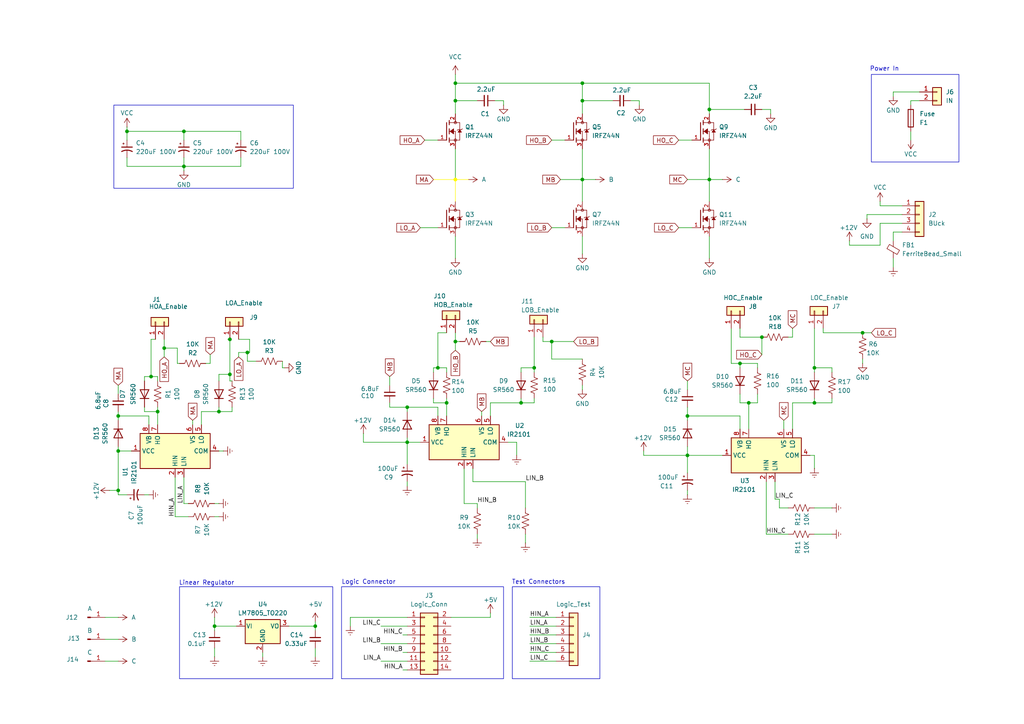
<source format=kicad_sch>
(kicad_sch (version 20250114) (generator "eeschema") (generator_version "9.0")
  (paper "A4")
  (rectangle (start 33.02 30.48) (end 85.09 54.61))
  (rectangle (start 148.59 170.18) (end 173.99 196.85))
  (rectangle (start 252.73 21.59) (end 278.13 46.99))
  (rectangle (start 99.06 170.18) (end 146.05 196.85))
  (rectangle (start 52.07 170.18) (end 96.52 196.85))
  (text "Linear Regulator" (at 59.944 169.164 0) (effects (font (size 1.27 1.27))))
  (text "Logic Connector" (at 106.934 168.91 0) (effects (font (size 1.27 1.27))))
  (text "Test Connectors" (at 156.21 168.91 0) (effects (font (size 1.27 1.27))))
  (text "Power In\n" (at 256.54 20.066 0) (effects (font (size 1.27 1.27))))
  (junction (at 34.29 142.24))
  (junction (at 43.815 109.22))
  (junction (at 118.11 118.11))
  (junction (at 34.29 120.65))
  (junction (at 168.91 24.13))
  (junction (at 53.34 38.1))
  (junction (at 66.675 108.585))
  (junction (at 151.13 116.84))
  (junction (at 205.74 52.07))
  (junction (at 132.08 24.13))
  (junction (at 220.98 97.79))
  (junction (at 62.23 181.61))
  (junction (at 168.91 52.07))
  (junction (at 236.22 116.84))
  (junction (at 71.755 102.235))
  (junction (at 34.29 130.81))
  (junction (at 118.11 128.27))
  (junction (at 129.54 116.84))
  (junction (at 199.39 132.08))
  (junction (at 160.02 99.06))
  (junction (at 217.17 116.84))
  (junction (at 63.5 119.38))
  (junction (at 132.08 99.06))
  (junction (at 53.34 48.26))
  (junction (at 168.91 29.21))
  (junction (at 236.22 106.68))
  (junction (at 127 106.68))
  (junction (at 132.08 29.21))
  (junction (at 91.44 181.61))
  (junction (at 45.72 119.38))
  (junction (at 66.675 98.425))
  (junction (at 205.74 31.75))
  (junction (at 214.63 105.41))
  (junction (at 250.19 96.52))
  (junction (at 154.94 106.68))
  (junction (at 199.39 120.65))
  (junction (at 47.625 100.965))
  (junction (at 132.08 52.07) (color 255 248 0 1))
  (junction (at 36.83 38.1))
  (wire (pts (xy 51.435 100.965) (xy 51.435 105.41)))
  (wire (pts (xy 55.88 123.19) (xy 55.88 121.92)))
  (wire (pts (xy 222.25 154.94) (xy 228.6 154.94)))
  (wire (pts (xy 166.37 99.06) (xy 160.02 99.06)))
  (wire (pts (xy 62.23 182.88) (xy 62.23 181.61)))
  (wire (pts (xy 205.74 52.07) (xy 205.74 58.42)))
  (wire (pts (xy 50.8 149.86) (xy 54.61 149.86)))
  (wire (pts (xy 214.63 124.46) (xy 214.63 120.65)))
  (wire (pts (xy 224.79 139.7) (xy 224.79 144.78)))
  (wire (pts (xy 132.08 96.52) (xy 132.08 99.06)))
  (wire (pts (xy 53.34 146.05) (xy 54.61 146.05)))
  (wire (pts (xy 168.91 29.21) (xy 168.91 33.02)))
  (wire (pts (xy 66.04 98.425) (xy 66.675 98.425)))
  (wire (pts (xy 127 96.52) (xy 129.54 96.52)))
  (wire (pts (xy 101.6 179.07) (xy 101.6 181.61)))
  (wire (pts (xy 152.4 154.94) (xy 152.4 157.48)))
  (wire (pts (xy 229.87 116.84) (xy 229.87 124.46)))
  (wire (pts (xy 142.24 99.06) (xy 140.97 99.06)))
  (wire (pts (xy 236.22 132.08) (xy 234.95 132.08)))
  (wire (pts (xy 259.08 77.47) (xy 259.08 74.93)))
  (wire (pts (xy 227.33 124.46) (xy 227.33 121.92)))
  (wire (pts (xy 154.94 106.68) (xy 154.94 97.79)))
  (wire (pts (xy 132.08 21.59) (xy 132.08 24.13)))
  (wire (pts (xy 121.92 66.04) (xy 127 66.04)))
  (wire (pts (xy 172.72 52.07) (xy 168.91 52.07)))
  (wire (pts (xy 154.94 107.95) (xy 154.94 106.68)))
  (wire (pts (xy 229.87 116.84) (xy 236.22 116.84)))
  (wire (pts (xy 214.63 95.25) (xy 214.63 97.79)))
  (wire (pts (xy 199.39 132.08) (xy 199.39 137.16)))
  (wire (pts (xy 127 120.65) (xy 127 118.11)))
  (wire (pts (xy 163.83 66.04) (xy 160.02 66.04)))
  (wire (pts (xy 116.84 194.31) (xy 118.11 194.31)))
  (wire (pts (xy 236.22 147.32) (xy 241.3 147.32)))
  (wire (pts (xy 182.88 29.21) (xy 185.42 29.21)))
  (wire (pts (xy 259.08 67.31) (xy 261.62 67.31)))
  (wire (pts (xy 238.76 95.25) (xy 238.76 96.52)))
  (wire (pts (xy 71.755 102.235) (xy 72.39 102.235)))
  (wire (pts (xy 91.44 181.61) (xy 91.44 182.88)))
  (wire (pts (xy 118.11 128.27) (xy 118.11 127)))
  (wire (pts (xy 205.74 68.58) (xy 205.74 74.93)))
  (wire (pts (xy 199.39 120.65) (xy 199.39 121.92)))
  (wire (pts (xy 154.94 116.84) (xy 154.94 115.57)))
  (wire (pts (xy 62.23 190.5) (xy 62.23 187.96)))
  (wire (pts (xy 264.16 30.48) (xy 264.16 29.21)))
  (wire (pts (xy 62.23 179.07) (xy 62.23 181.61)))
  (wire (pts (xy 149.86 132.08) (xy 149.86 128.27)))
  (wire (pts (xy 118.11 128.27) (xy 121.92 128.27)))
  (wire (pts (xy 199.39 129.54) (xy 199.39 132.08)))
  (wire (pts (xy 200.66 66.04) (xy 196.85 66.04)))
  (wire (pts (xy 116.84 189.23) (xy 118.11 189.23)))
  (wire (pts (xy 125.73 107.95) (xy 125.73 106.68)))
  (wire (pts (xy 138.43 154.94) (xy 138.43 156.21)))
  (wire (pts (xy 238.76 96.52) (xy 250.19 96.52)))
  (wire (pts (xy 168.91 52.07) (xy 168.91 58.42)))
  (wire (pts (xy 205.74 43.18) (xy 205.74 52.07)))
  (wire (pts (xy 151.13 116.84) (xy 154.94 116.84)))
  (wire (pts (xy 139.7 120.65) (xy 139.7 119.38)))
  (wire (pts (xy 255.27 71.12) (xy 246.38 71.12)))
  (wire (pts (xy 62.23 146.05) (xy 63.5 146.05)))
  (wire (pts (xy 138.43 146.05) (xy 138.43 147.32)))
  (wire (pts (xy 134.62 146.05) (xy 134.62 135.89)))
  (wire (pts (xy 125.73 52.07) (xy 132.08 52.07)) (stroke (width 0) (color 255 248 0 1)))
  (wire (pts (xy 118.11 186.69) (xy 110.49 186.69)))
  (wire (pts (xy 255.27 58.42) (xy 255.27 59.69)))
  (wire (pts (xy 43.18 123.19) (xy 43.18 120.65)))
  (wire (pts (xy 236.22 135.89) (xy 236.22 132.08)))
  (wire (pts (xy 66.675 108.585) (xy 66.675 98.425)))
  (wire (pts (xy 45.72 119.38) (xy 45.72 118.11)))
  (wire (pts (xy 62.23 149.86) (xy 63.5 149.86)))
  (wire (pts (xy 217.17 116.84) (xy 214.63 116.84)))
  (wire (pts (xy 76.2 190.5) (xy 76.2 189.23)))
  (wire (pts (xy 168.91 113.03) (xy 168.91 111.76)))
  (wire (pts (xy 168.91 43.18) (xy 168.91 52.07)))
  (wire (pts (xy 241.3 116.84) (xy 241.3 115.57)))
  (wire (pts (xy 205.74 31.75) (xy 215.9 31.75)))
  (wire (pts (xy 91.44 180.34) (xy 91.44 181.61)))
  (wire (pts (xy 110.49 181.61) (xy 118.11 181.61)))
  (wire (pts (xy 129.54 120.65) (xy 129.54 116.84)))
  (wire (pts (xy 36.83 36.83) (xy 36.83 38.1)))
  (wire (pts (xy 34.29 142.24) (xy 34.29 143.51)))
  (wire (pts (xy 219.71 116.84) (xy 217.17 116.84)))
  (wire (pts (xy 217.17 116.84) (xy 217.17 124.46)))
  (wire (pts (xy 36.83 48.26) (xy 36.83 45.72)))
  (wire (pts (xy 255.27 64.77) (xy 261.62 64.77)))
  (wire (pts (xy 53.34 45.72) (xy 53.34 48.26)))
  (wire (pts (xy 41.91 119.38) (xy 41.91 118.11)))
  (wire (pts (xy 212.09 105.41) (xy 214.63 105.41)))
  (wire (pts (xy 196.85 40.64) (xy 200.66 40.64)))
  (wire (pts (xy 34.29 129.54) (xy 34.29 130.81)))
  (wire (pts (xy 185.42 29.21) (xy 185.42 30.48)))
  (wire (pts (xy 236.22 106.68) (xy 236.22 107.95)))
  (wire (pts (xy 137.16 139.7) (xy 152.4 139.7)))
  (wire (pts (xy 161.29 191.77) (xy 153.67 191.77)))
  (wire (pts (xy 209.55 52.07) (xy 205.74 52.07)))
  (wire (pts (xy 53.34 48.26) (xy 36.83 48.26)))
  (wire (pts (xy 60.96 105.41) (xy 59.69 105.41)))
  (wire (pts (xy 133.35 99.06) (xy 132.08 99.06)))
  (wire (pts (xy 134.62 146.05) (xy 138.43 146.05)))
  (wire (pts (xy 252.73 96.52) (xy 250.19 96.52)))
  (wire (pts (xy 127 106.68) (xy 129.54 106.68)))
  (wire (pts (xy 34.29 120.65) (xy 43.18 120.65)))
  (wire (pts (xy 43.815 98.425) (xy 45.085 98.425)))
  (wire (pts (xy 72.39 98.425) (xy 72.39 102.235)))
  (wire (pts (xy 236.22 95.25) (xy 236.22 106.68)))
  (wire (pts (xy 241.3 106.68) (xy 241.3 107.95)))
  (wire (pts (xy 130.81 179.07) (xy 142.24 179.07)))
  (wire (pts (xy 149.86 128.27) (xy 147.32 128.27)))
  (wire (pts (xy 236.22 106.68) (xy 241.3 106.68)))
  (wire (pts (xy 53.34 40.64) (xy 53.34 38.1)))
  (wire (pts (xy 186.69 132.08) (xy 199.39 132.08)))
  (wire (pts (xy 229.87 97.79) (xy 228.6 97.79)))
  (wire (pts (xy 142.24 120.65) (xy 142.24 116.84)))
  (wire (pts (xy 69.85 48.26) (xy 53.34 48.26)))
  (wire (pts (xy 71.755 104.775) (xy 71.755 102.235)))
  (wire (pts (xy 250.19 105.41) (xy 250.19 104.14)))
  (wire (pts (xy 199.39 120.65) (xy 214.63 120.65)))
  (wire (pts (xy 47.625 100.965) (xy 51.435 100.965)))
  (wire (pts (xy 161.29 181.61) (xy 153.67 181.61)))
  (wire (pts (xy 125.73 115.57) (xy 125.73 116.84)))
  (wire (pts (xy 36.83 38.1) (xy 53.34 38.1)))
  (wire (pts (xy 74.295 104.775) (xy 71.755 104.775)))
  (wire (pts (xy 127 96.52) (xy 127 106.68)))
  (wire (pts (xy 220.98 102.87) (xy 220.98 97.79)))
  (wire (pts (xy 45.72 110.49) (xy 45.72 109.22)))
  (wire (pts (xy 67.31 119.38) (xy 63.5 119.38)))
  (wire (pts (xy 132.08 24.13) (xy 168.91 24.13)))
  (wire (pts (xy 151.13 115.57) (xy 151.13 116.84)))
  (wire (pts (xy 214.63 106.68) (xy 214.63 105.41)))
  (wire (pts (xy 63.5 110.49) (xy 63.5 108.585)))
  (wire (pts (xy 246.38 71.12) (xy 246.38 69.85)))
  (wire (pts (xy 43.18 143.51) (xy 41.91 143.51)))
  (wire (pts (xy 168.91 68.58) (xy 168.91 73.66)))
  (wire (pts (xy 199.39 52.07) (xy 205.74 52.07)))
  (wire (pts (xy 125.73 116.84) (xy 129.54 116.84)))
  (wire (pts (xy 118.11 118.11) (xy 127 118.11)))
  (wire (pts (xy 125.73 106.68) (xy 127 106.68)))
  (wire (pts (xy 199.39 110.49) (xy 199.39 113.03)))
  (wire (pts (xy 69.85 45.72) (xy 69.85 48.26)))
  (wire (pts (xy 129.54 107.95) (xy 129.54 106.68)))
  (wire (pts (xy 31.75 142.24) (xy 34.29 142.24)))
  (wire (pts (xy 129.54 116.84) (xy 129.54 115.57)))
  (wire (pts (xy 199.39 120.65) (xy 199.39 118.11)))
  (wire (pts (xy 66.675 110.49) (xy 67.31 110.49)))
  (wire (pts (xy 62.23 181.61) (xy 68.58 181.61)))
  (wire (pts (xy 34.29 191.77) (xy 30.48 191.77)))
  (wire (pts (xy 161.29 184.15) (xy 153.67 184.15)))
  (wire (pts (xy 113.03 111.76) (xy 113.03 109.22)))
  (wire (pts (xy 251.46 63.5) (xy 251.46 62.23)))
  (wire (pts (xy 69.215 102.235) (xy 71.755 102.235)))
  (wire (pts (xy 205.74 31.75) (xy 205.74 24.13)))
  (wire (pts (xy 168.91 24.13) (xy 205.74 24.13)))
  (wire (pts (xy 81.915 106.68) (xy 82.55 106.68)))
  (wire (pts (xy 132.08 29.21) (xy 132.08 33.02)))
  (wire (pts (xy 50.8 149.86) (xy 50.8 138.43)))
  (wire (pts (xy 214.63 116.84) (xy 214.63 114.3)))
  (wire (pts (xy 34.29 143.51) (xy 36.83 143.51)))
  (wire (pts (xy 81.915 104.775) (xy 81.915 106.68)))
  (wire (pts (xy 161.29 186.69) (xy 153.67 186.69)))
  (wire (pts (xy 118.11 191.77) (xy 110.49 191.77)))
  (wire (pts (xy 219.71 106.68) (xy 219.71 105.41)))
  (wire (pts (xy 43.815 109.22) (xy 45.72 109.22)))
  (wire (pts (xy 264.16 29.21) (xy 266.7 29.21)))
  (wire (pts (xy 132.08 43.18) (xy 132.08 52.07)))
  (wire (pts (xy 60.96 102.87) (xy 60.96 105.41)))
  (wire (pts (xy 264.16 40.64) (xy 264.16 38.1)))
  (wire (pts (xy 41.91 119.38) (xy 45.72 119.38)))
  (wire (pts (xy 251.46 62.23) (xy 261.62 62.23)))
  (wire (pts (xy 132.08 29.21) (xy 138.43 29.21)))
  (wire (pts (xy 53.34 49.53) (xy 53.34 48.26)))
  (wire (pts (xy 186.69 132.08) (xy 186.69 130.81)))
  (wire (pts (xy 255.27 59.69) (xy 261.62 59.69)))
  (wire (pts (xy 34.29 120.65) (xy 34.29 119.38)))
  (wire (pts (xy 123.19 40.64) (xy 127 40.64)))
  (wire (pts (xy 34.29 111.76) (xy 34.29 114.3)))
  (wire (pts (xy 83.82 181.61) (xy 91.44 181.61)))
  (wire (pts (xy 142.24 116.84) (xy 151.13 116.84)))
  (wire (pts (xy 135.89 52.07) (xy 132.08 52.07)) (stroke (width 0) (color 255 248 0 1)))
  (wire (pts (xy 209.55 132.08) (xy 199.39 132.08)))
  (wire (pts (xy 45.72 123.19) (xy 45.72 119.38)))
  (wire (pts (xy 118.11 119.38) (xy 118.11 118.11)))
  (wire (pts (xy 69.85 40.64) (xy 69.85 38.1)))
  (wire (pts (xy 113.03 118.11) (xy 118.11 118.11)))
  (wire (pts (xy 168.91 24.13) (xy 168.91 29.21)))
  (wire (pts (xy 118.11 128.27) (xy 118.11 134.62)))
  (wire (pts (xy 53.34 138.43) (xy 53.34 146.05)))
  (wire (pts (xy 220.98 31.75) (xy 223.52 31.75)))
  (wire (pts (xy 160.02 104.14) (xy 160.02 99.06)))
  (wire (pts (xy 34.29 185.42) (xy 30.48 185.42)))
  (wire (pts (xy 157.48 97.79) (xy 157.48 99.06)))
  (wire (pts (xy 34.29 142.24) (xy 34.29 130.81)))
  (wire (pts (xy 229.87 95.25) (xy 229.87 97.79)))
  (wire (pts (xy 63.5 108.585) (xy 66.675 108.585)))
  (wire (pts (xy 212.09 95.25) (xy 212.09 105.41)))
  (wire (pts (xy 226.06 147.32) (xy 228.6 147.32)))
  (wire (pts (xy 118.11 140.97) (xy 118.11 139.7)))
  (wire (pts (xy 146.05 29.21) (xy 146.05 30.48)))
  (wire (pts (xy 236.22 116.84) (xy 236.22 115.57)))
  (wire (pts (xy 222.25 154.94) (xy 222.25 139.7)))
  (wire (pts (xy 69.215 102.235) (xy 69.215 103.505)))
  (wire (pts (xy 36.83 38.1) (xy 36.83 40.64)))
  (wire (pts (xy 105.41 128.27) (xy 105.41 125.73)))
  (wire (pts (xy 58.42 119.38) (xy 63.5 119.38)))
  (wire (pts (xy 168.91 29.21) (xy 177.8 29.21)))
  (wire (pts (xy 101.6 179.07) (xy 118.11 179.07)))
  (wire (pts (xy 226.06 144.78) (xy 226.06 147.32)))
  (wire (pts (xy 41.91 109.22) (xy 43.815 109.22)))
  (wire (pts (xy 34.29 179.07) (xy 30.48 179.07)))
  (wire (pts (xy 63.5 119.38) (xy 63.5 118.11)))
  (wire (pts (xy 224.79 144.78) (xy 226.06 144.78)))
  (wire (pts (xy 34.29 121.92) (xy 34.29 120.65)))
  (wire (pts (xy 160.02 104.14) (xy 168.91 104.14)))
  (wire (pts (xy 151.13 106.68) (xy 154.94 106.68)))
  (wire (pts (xy 38.1 130.81) (xy 34.29 130.81)))
  (wire (pts (xy 219.71 105.41) (xy 214.63 105.41)))
  (wire (pts (xy 152.4 139.7) (xy 152.4 147.32)))
  (wire (pts (xy 69.85 38.1) (xy 53.34 38.1)))
  (wire (pts (xy 142.24 179.07) (xy 142.24 177.8)))
  (wire (pts (xy 199.39 143.51) (xy 199.39 142.24)))
  (wire (pts (xy 47.625 100.965) (xy 47.625 103.505)))
  (wire (pts (xy 223.52 31.75) (xy 223.52 33.02)))
  (wire (pts (xy 161.29 179.07) (xy 153.67 179.07)))
  (wire (pts (xy 160.02 99.06) (xy 157.48 99.06)))
  (wire (pts (xy 255.27 64.77) (xy 255.27 71.12)))
  (wire (pts (xy 91.44 190.5) (xy 91.44 187.96)))
  (wire (pts (xy 143.51 29.21) (xy 146.05 29.21)))
  (wire (pts (xy 58.42 119.38) (xy 58.42 123.19)))
  (wire (pts (xy 151.13 107.95) (xy 151.13 106.68)))
  (wire (pts (xy 160.02 40.64) (xy 163.83 40.64)))
  (wire (pts (xy 162.56 52.07) (xy 168.91 52.07)))
  (wire (pts (xy 259.08 26.67) (xy 266.7 26.67)))
  (wire (pts (xy 63.5 130.81) (xy 64.77 130.81)))
  (wire (pts (xy 236.22 154.94) (xy 241.3 154.94)))
  (wire (pts (xy 47.625 98.425) (xy 47.625 100.965)))
  (wire (pts (xy 214.63 97.79) (xy 220.98 97.79)))
  (wire (pts (xy 259.08 69.85) (xy 259.08 67.31)))
  (wire (pts (xy 105.41 128.27) (xy 118.11 128.27)))
  (wire (pts (xy 113.03 118.11) (xy 113.03 116.84)))
  (wire (pts (xy 72.39 98.425) (xy 69.215 98.425)))
  (wire (pts (xy 259.08 26.67) (xy 259.08 27.94)))
  (wire (pts (xy 137.16 139.7) (xy 137.16 135.89)))
  (wire (pts (xy 51.435 105.41) (xy 52.07 105.41)))
  (wire (pts (xy 205.74 31.75) (xy 205.74 33.02)))
  (wire (pts (xy 116.84 184.15) (xy 118.11 184.15)))
  (wire (pts (xy 41.91 109.22) (xy 41.91 110.49)))
  (wire (pts (xy 43.815 98.425) (xy 43.815 109.22)))
  (wire (pts (xy 132.08 101.6) (xy 132.08 99.06)))
  (wire (pts (xy 66.675 110.49) (xy 66.675 108.585)))
  (wire (pts (xy 132.08 68.58) (xy 132.08 74.93)))
  (wire (pts (xy 161.29 189.23) (xy 153.67 189.23)))
  (wire (pts (xy 132.08 24.13) (xy 132.08 29.21)))
  (wire (pts (xy 241.3 116.84) (xy 236.22 116.84)))
  (wire (pts (xy 67.31 119.38) (xy 67.31 118.11)))
  (wire (pts (xy 219.71 116.84) (xy 219.71 114.3)))
  (wire (pts (xy 132.08 52.07) (xy 132.08 58.42)) (stroke (width 0) (color 255 248 0 1)))
  (label "LIN_A" (at 53.34 146.05 90))
  (label "LIN_B" (at 110.49 186.69 180))
  (label "LIN_C" (at 110.49 181.61 180))
  (label "HIN_B" (at 138.43 146.05 0))
  (label "LIN_A" (at 153.67 181.61 0))
  (label "HIN_C" (at 222.25 154.94 0))
  (label "LIN_C" (at 224.79 144.78 0))
  (label "HIN_B" (at 116.84 189.23 180))
  (label "HIN_A" (at 153.67 179.07 0))
  (label "LIN_B" (at 153.67 186.69 0))
  (label "LIN_C" (at 153.67 191.77 0))
  (label "HIN_A" (at 116.84 194.31 180))
  (label "LIN_B" (at 152.4 139.7 0))
  (label "HIN_C" (at 116.84 184.15 180))
  (label "HIN_A" (at 50.8 149.86 90))
  (label "HIN_C" (at 153.67 189.23 0))
  (label "LIN_A" (at 110.49 191.77 180))
  (label "HIN_B" (at 153.67 184.15 0))
  (global_label "MC" (shape input) (at 199.39 110.49 90) (property "Intersheetrefs" "${INTERSHEET_REFS}" (effects (hide yes))))
  (global_label "MA" (shape input) (at 55.88 121.92 90) (property "Intersheetrefs" "${INTERSHEET_REFS}" (effects (hide yes))))
  (global_label "LO_A" (shape input) (at 121.92 66.04 180) (property "Intersheetrefs" "${INTERSHEET_REFS}" (effects (hide yes))))
  (global_label "HO_A" (shape input) (at 47.625 103.505 270) (property "Intersheetrefs" "${INTERSHEET_REFS}" (effects (hide yes))))
  (global_label "LO_B" (shape input) (at 160.02 66.04 180) (property "Intersheetrefs" "${INTERSHEET_REFS}" (effects (hide yes))))
  (global_label "MC" (shape input) (at 199.39 52.07 180) (property "Intersheetrefs" "${INTERSHEET_REFS}" (effects (hide yes))))
  (global_label "MA" (shape input) (at 60.96 102.87 90) (property "Intersheetrefs" "${INTERSHEET_REFS}" (effects (hide yes))))
  (global_label "HO_C" (shape input) (at 220.98 102.87 180) (property "Intersheetrefs" "${INTERSHEET_REFS}" (effects (hide yes))))
  (global_label "HO_B" (shape input) (at 160.02 40.64 180) (property "Intersheetrefs" "${INTERSHEET_REFS}" (effects (hide yes))))
  (global_label "MB" (shape input) (at 139.7 119.38 90) (property "Intersheetrefs" "${INTERSHEET_REFS}" (effects (hide yes))))
  (global_label "LO_B" (shape input) (at 166.37 99.06 0) (property "Intersheetrefs" "${INTERSHEET_REFS}" (effects (hide yes))))
  (global_label "LO_C" (shape input) (at 252.73 96.52 0) (property "Intersheetrefs" "${INTERSHEET_REFS}" (effects (hide yes))))
  (global_label "MC" (shape input) (at 227.33 121.92 90) (property "Intersheetrefs" "${INTERSHEET_REFS}" (effects (hide yes))))
  (global_label "MB" (shape input) (at 113.03 109.22 90) (property "Intersheetrefs" "${INTERSHEET_REFS}" (effects (hide yes))))
  (global_label "MA" (shape input) (at 125.73 52.07 180) (property "Intersheetrefs" "${INTERSHEET_REFS}" (effects (hide yes))))
  (global_label "HO_A" (shape input) (at 123.19 40.64 180) (property "Intersheetrefs" "${INTERSHEET_REFS}" (effects (hide yes))))
  (global_label "LO_C" (shape input) (at 196.85 66.04 180) (property "Intersheetrefs" "${INTERSHEET_REFS}" (effects (hide yes))))
  (global_label "MC" (shape input) (at 229.87 95.25 90) (property "Intersheetrefs" "${INTERSHEET_REFS}" (effects (hide yes))))
  (global_label "MB" (shape input) (at 162.56 52.07 180) (property "Intersheetrefs" "${INTERSHEET_REFS}" (effects (hide yes))))
  (global_label "MB" (shape input) (at 142.24 99.06 0) (property "Intersheetrefs" "${INTERSHEET_REFS}" (effects (hide yes))))
  (global_label "HO_B" (shape input) (at 132.08 101.6 270) (property "Intersheetrefs" "${INTERSHEET_REFS}" (effects (hide yes))))
  (global_label "MA" (shape input) (at 34.29 111.76 90) (property "Intersheetrefs" "${INTERSHEET_REFS}" (effects (hide yes))))
  (global_label "HO_C" (shape input) (at 196.85 40.64 180) (property "Intersheetrefs" "${INTERSHEET_REFS}" (effects (hide yes))))
  (global_label "LO_A" (shape input) (at 69.215 103.505 270) (property "Intersheetrefs" "${INTERSHEET_REFS}" (effects (hide yes))))
  (symbol (lib_id "Connector_Generic:Conn_01x02") (at 236.22 90.17 90) (unit 1)
    (property "Reference" "J7" (at 241.3 88.8999 90) (effects (justify right)))
    (property "Value" "LOC_Enable" (at 234.95 86.36 90) (effects (justify right)))
    (property "Footprint" "Connector_PinHeader_2.54mm:PinHeader_1x02_P2.54mm_Vertical" (effects (hide yes)))
  )
  (symbol (lib_id "power:+12V") (at 186.69 130.81 0) (unit 1)
    (property "Reference" "#PWR031" (effects (hide yes)))
    (property "Value" "+12V" (at 186.436 127 0))
    (property "Description" "Power symbol creates a global label with name \"+12V\"" (effects (hide yes)))
  )
  (symbol (lib_id "power:Earth") (at 76.2 190.5 0) (unit 1)
    (property "Reference" "#PWR036" (effects (hide yes)))
    (property "Value" "Earth" (effects (hide yes)))
    (property "Description" "Power symbol creates a global label with name \"Earth\"" (effects (hide yes)))
  )
  (symbol (lib_id "power:Earth") (at 63.5 146.05 90) (unit 1)
    (property "Reference" "#PWR015" (effects (hide yes)))
    (property "Value" "Earth" (effects (hide yes)))
    (property "Description" "Power symbol creates a global label with name \"Earth\"" (effects (hide yes)))
  )
  (symbol (lib_id "power:Earth") (at 138.43 156.21 0) (unit 1)
    (property "Reference" "#PWR024" (effects (hide yes)))
    (property "Value" "Earth" (effects (hide yes)))
    (property "Description" "Power symbol creates a global label with name \"Earth\"" (effects (hide yes)))
  )
  (symbol (lib_id "power:Earth") (at 91.44 190.5 0) (unit 1)
    (property "Reference" "#PWR038" (effects (hide yes)))
    (property "Value" "Earth" (effects (hide yes)))
    (property "Description" "Power symbol creates a global label with name \"Earth\"" (effects (hide yes)))
  )
  (symbol (lib_id "power:Earth") (at 101.6 181.61 0) (mirror y) (unit 1)
    (property "Reference" "#PWR034" (effects (hide yes)))
    (property "Value" "Earth" (effects (hide yes)))
    (property "Description" "Power symbol creates a global label with name \"Earth\"" (effects (hide yes)))
  )
  (symbol (lib_id "IRFZ44N:IRFZ44N") (at 203.2 38.1 0) (unit 1)
    (property "Reference" "Q9" (at 208.534 36.83 0) (effects (justify left)))
    (property "Value" "IRFZ44N" (at 208.534 39.37 0) (effects (justify left)))
    (property "Footprint" "IRFZ44N:TO254P1016X419X2286-3" (effects (hide yes)))
    (property "MF" "Infineon Technologies" (effects (hide yes)))
    (property "MAXIMUM_PACKAGE_HEIGHT" "22.86 mm" (effects (hide yes)))
    (property "Package" "TO-220-3 Infineon" (effects (hide yes)))
    (property "Price" "None" (effects (hide yes)))
    (property "Check_prices" "https://www.snapeda.com/parts/IRFZ44N/Infineon+Technologies/view-part/?ref=eda" (effects (hide yes)))
    (property "STANDARD" "IPC 7351B" (effects (hide yes)))
    (property "PARTREV" "09/21/10" (effects (hide yes)))
    (property "SnapEDA_Link" "https://www.snapeda.com/parts/IRFZ44N/Infineon+Technologies/view-part/?ref=snap" (effects (hide yes)))
    (property "MP" "IRFZ44N" (effects (hide yes)))
    (property "Purchase-URL" "https://www.snapeda.com/api/url_track_click_mouser/?unipart_id=558410&manufacturer=Infineon Technologies&part_name=IRFZ44N&search_term=None" (effects (hide yes)))
    (property "Description_1" "\nN-Channel 55 V 49A (Tc) 94W (Tc) Through Hole TO-220AB\n" (effects (hide yes)))
    (property "SNAPEDA_PN" "IRFZ44N" (effects (hide yes)))
    (property "Availability" "In Stock" (effects (hide yes)))
    (property "MANUFACTURER" "Infineon" (effects (hide yes)))
    (property "Sim.Device" "NMOS" (effects (hide yes)))
    (property "Sim.Type" "VDMOS" (effects (hide yes)))
    (property "Sim.Pins" "1=D 2=G 3=S" (effects (hide yes)))
  )
  (symbol (lib_id "power:Earth") (at 118.11 140.97 0) (unit 1)
    (property "Reference" "#PWR023" (effects (hide yes)))
    (property "Value" "Earth" (effects (hide yes)))
    (property "Description" "Power symbol creates a global label with name \"Earth\"" (effects (hide yes)))
  )
  (symbol (lib_id "Connector_Generic:Conn_01x02") (at 212.09 90.17 90) (unit 1)
    (property "Reference" "J8" (at 217.17 88.8999 90) (effects (justify right)))
    (property "Value" "HOC_Enable" (at 209.804 86.36 90) (effects (justify right)))
    (property "Footprint" "Connector_PinHeader_2.54mm:PinHeader_1x02_P2.54mm_Vertical" (effects (hide yes)))
    (property "Description" "Generic connector, single row, 01x02, script generated (kicad-library-utils/schlib/autogen/connector/)" (effects (hide yes)))
  )
  (symbol (lib_id "power:Earth") (at 259.08 77.47 0) (unit 1)
    (property "Reference" "#PWR018" (effects (hide yes)))
    (property "Value" "Earth" (effects (hide yes)))
    (property "Description" "Power symbol creates a global label with name \"Earth\"" (effects (hide yes)))
  )
  (symbol (lib_id "power:Earth") (at 241.3 147.32 90) (unit 1)
    (property "Reference" "#PWR029" (effects (hide yes)))
    (property "Value" "Earth" (effects (hide yes)))
    (property "Description" "Power symbol creates a global label with name \"Earth\"" (effects (hide yes)))
  )
  (symbol (lib_id "power:GND") (at 223.52 33.02 0) (unit 1)
    (property "Reference" "#PWR04" (effects (hide yes)))
    (property "Value" "GND" (at 223.52 37.084 0))
    (property "Description" "Power symbol creates a global label with name \"GND\" , ground" (effects (hide yes)))
  )
  (symbol (lib_id "Device:Fuse") (at 264.16 34.29 0) (mirror x) (unit 1)
    (property "Reference" "F1" (at 266.7 35.5601 0) (effects (justify left)))
    (property "Value" "Fuse" (at 266.7 33.0201 0) (effects (justify left)))
    (property "Footprint" "Fuse:Fuse_Littelfuse-LVR100" (effects (hide yes)))
    (property "Description" "Fuse" (effects (hide yes)))
  )
  (symbol (lib_id "Diode:1N4001") (at 41.91 114.3 270) (mirror x) (unit 1)
    (property "Reference" "D7" (at 35.56 114.3 0))
    (property "Value" "SR560" (at 38.608 114.3 0))
    (property "Footprint" "Diode_THT:D_DO-35_SOD27_P7.62mm_Horizontal" (effects (hide yes)))
    (property "Datasheet" "http://www.vishay.com/docs/88503/1n4001.pdf" (effects (hide yes)))
    (property "Description" "50V 1A General Purpose Rectifier Diode, DO-41" (effects (hide yes)))
    (property "Sim.Device" "D" (effects (hide yes)))
    (property "Sim.Pins" "1=K 2=A" (effects (hide yes)))
  )
  (symbol (lib_id "Device:R_US") (at 58.42 149.86 90) (unit 1)
    (property "Reference" "R7" (at 57.404 153.67 0))
    (property "Value" "10K" (at 59.944 153.67 0))
    (property "Footprint" "Resistor_THT:R_Axial_DIN0204_L3.6mm_D1.6mm_P7.62mm_Horizontal" (effects (hide yes)))
    (property "Description" "Resistor, US symbol" (effects (hide yes)))
  )
  (symbol (lib_id "power:+12V") (at 62.23 179.07 0) (unit 1)
    (property "Reference" "#PWR040" (effects (hide yes)))
    (property "Value" "+12V" (at 61.976 175.26 0))
    (property "Description" "Power symbol creates a global label with name \"+12V\"" (effects (hide yes)))
  )
  (symbol (lib_id "Diode:1N4001") (at 118.11 123.19 270) (unit 1)
    (property "Reference" "D14" (at 113.03 121.92 90))
    (property "Value" "SR560" (at 113.03 124.46 90))
    (property "Footprint" "Diode_THT:D_DO-35_SOD27_P7.62mm_Horizontal" (effects (hide yes)))
    (property "Datasheet" "http://www.vishay.com/docs/88503/1n4001.pdf" (effects (hide yes)))
    (property "Description" "50V 1A General Purpose Rectifier Diode, DO-41" (effects (hide yes)))
    (property "Sim.Device" "D" (effects (hide yes)))
    (property "Sim.Pins" "1=K 2=A" (effects (hide yes)))
  )
  (symbol (lib_id "power:LINE") (at 172.72 52.07 270) (unit 1)
    (property "Reference" "#PWR03" (effects (hide yes)))
    (property "Value" "B" (at 176.53 52.0699 90) (effects (justify left)))
    (property "Description" "Power symbol creates a global label with name \"LINE\"" (effects (hide yes)))
  )
  (symbol (lib_id "power:GND") (at 82.55 106.68 90) (unit 1)
    (property "Reference" "#PWR041" (effects (hide yes)))
    (property "Value" "GND" (at 86.614 106.68 0))
    (property "Description" "Power symbol creates a global label with name \"GND\" , ground" (effects (hide yes)))
  )
  (symbol (lib_id "Driver_FET:IR2101") (at 134.62 128.27 90) (unit 1)
    (property "Reference" "U2" (at 149.352 123.444 90) (effects (justify right)))
    (property "Value" "IR2101" (at 147.066 125.984 90) (effects (justify right)))
    (property "Footprint" "Package_DIP:DIP-8_W7.62mm_LongPads" (effects (hide yes)))
    (property "Datasheet" "https://www.infineon.com/dgdl/ir2101.pdf?fileId=5546d462533600a4015355c7a755166c" (effects (hide yes)))
    (property "Description" "High and Low Side Driver, 600V, 210/360mA, PDIP-8/SOIC-8" (effects (hide yes)))
  )
  (symbol (lib_id "power:GND") (at 205.74 74.93 0) (unit 1)
    (property "Reference" "#PWR013" (effects (hide yes)))
    (property "Value" "GND" (at 205.74 78.994 0))
    (property "Description" "Power symbol creates a global label with name \"GND\" , ground" (effects (hide yes)))
  )
  (symbol (lib_id "power:GND") (at 251.46 63.5 0) (unit 1)
    (property "Reference" "#PWR020" (effects (hide yes)))
    (property "Value" "GND" (at 251.46 68.58 0))
    (property "Description" "Power symbol creates a global label with name \"GND\" , ground" (effects (hide yes)))
  )
  (symbol (lib_id "power:+5V") (at 91.44 180.34 0) (unit 1)
    (property "Reference" "#PWR039" (effects (hide yes)))
    (property "Value" "+5V" (at 91.44 175.26 0))
    (property "Description" "Power symbol creates a global label with name \"+5V\"" (effects (hide yes)))
  )
  (symbol (lib_id "Driver_FET:IR2101") (at 222.25 132.08 90) (unit 1)
    (property "Reference" "U3" (at 214.63 139.446 90) (effects (justify right)))
    (property "Value" "IR2101" (at 212.344 141.986 90) (effects (justify right)))
    (property "Footprint" "Package_DIP:DIP-8_W7.62mm_LongPads" (effects (hide yes)))
    (property "Datasheet" "https://www.infineon.com/dgdl/ir2101.pdf?fileId=5546d462533600a4015355c7a755166c" (effects (hide yes)))
    (property "Description" "High and Low Side Driver, 600V, 210/360mA, PDIP-8/SOIC-8" (effects (hide yes)))
  )
  (symbol (lib_id "IRFZ44N:IRFZ44N") (at 129.54 63.5 0) (unit 1)
    (property "Reference" "Q3" (at 134.874 62.23 0) (effects (justify left)))
    (property "Value" "IRFZ44N" (at 134.874 64.77 0) (effects (justify left)))
    (property "Footprint" "IRFZ44N:TO254P1016X419X2286-3" (effects (hide yes)))
    (property "MF" "Infineon Technologies" (effects (hide yes)))
    (property "MAXIMUM_PACKAGE_HEIGHT" "22.86 mm" (effects (hide yes)))
    (property "Package" "TO-220-3 Infineon" (effects (hide yes)))
    (property "Price" "None" (effects (hide yes)))
    (property "Check_prices" "https://www.snapeda.com/parts/IRFZ44N/Infineon+Technologies/view-part/?ref=eda" (effects (hide yes)))
    (property "STANDARD" "IPC 7351B" (effects (hide yes)))
    (property "PARTREV" "09/21/10" (effects (hide yes)))
    (property "SnapEDA_Link" "https://www.snapeda.com/parts/IRFZ44N/Infineon+Technologies/view-part/?ref=snap" (effects (hide yes)))
    (property "MP" "IRFZ44N" (effects (hide yes)))
    (property "Purchase-URL" "https://www.snapeda.com/api/url_track_click_mouser/?unipart_id=558410&manufacturer=Infineon Technologies&part_name=IRFZ44N&search_term=None" (effects (hide yes)))
    (property "Description_1" "\nN-Channel 55 V 49A (Tc) 94W (Tc) Through Hole TO-220AB\n" (effects (hide yes)))
    (property "SNAPEDA_PN" "IRFZ44N" (effects (hide yes)))
    (property "Availability" "In Stock" (effects (hide yes)))
    (property "MANUFACTURER" "Infineon" (effects (hide yes)))
  )
  (symbol (lib_id "Connector_Generic:Conn_01x02") (at 66.675 93.345 90) (unit 1)
    (property "Reference" "J9" (at 72.39 92.0749 90) (effects (justify right)))
    (property "Value" "LOA_Enable" (at 65.278 87.884 90) (effects (justify right)))
    (property "Footprint" "Connector_PinHeader_2.54mm:PinHeader_1x02_P2.54mm_Vertical" (effects (hide yes)))
  )
  (symbol (lib_id "Device:R_US") (at 224.79 97.79 90) (unit 1)
    (property "Reference" "R18" (at 224.79 94.742 90))
    (property "Value" "10K" (at 224.79 92.202 90))
    (property "Footprint" "Resistor_THT:R_Axial_DIN0204_L3.6mm_D1.6mm_P7.62mm_Horizontal" (effects (hide yes)))
    (property "Description" "Resistor, US symbol" (effects (hide yes)))
  )
  (symbol (lib_id "Device:C_Small") (at 140.97 29.21 270) (unit 1)
    (property "Reference" "C1" (at 140.716 33.02 90))
    (property "Value" "2.2uF" (at 140.97 25.908 90))
    (property "Footprint" "Capacitor_THT:C_Disc_D5.0mm_W2.5mm_P2.50mm" (effects (hide yes)))
    (property "Description" "Unpolarized capacitor, small symbol" (effects (hide yes)))
  )
  (symbol (lib_id "Connector_Generic:Conn_01x04") (at 266.7 62.23 0) (unit 1)
    (property "Reference" "J2" (at 269.24 62.2299 0) (effects (justify left)))
    (property "Value" "BUck" (at 269.24 64.7699 0) (effects (justify left)))
    (property "Footprint" "DC_DC_LM2596_small:DC_DC_LM2596_small" (effects (hide yes)))
    (property "Description" "Generic connector, single row, 01x04, script generated (kicad-library-utils/schlib/autogen/connector/)" (effects (hide yes)))
  )
  (symbol (lib_id "Regulator_Linear:LM7805_TO220") (at 76.2 181.61 0) (unit 1)
    (property "Reference" "U4" (at 76.2 175.26 0))
    (property "Value" "LM7805_TO220" (at 76.2 177.8 0))
    (property "Footprint" "Package_TO_SOT_THT:TO-220-3_Vertical" (effects (hide yes)))
    (property "Datasheet" "https://www.onsemi.cn/PowerSolutions/document/MC7800-D.PDF" (effects (hide yes)))
    (property "Description" "Positive 1A 35V Linear Regulator, Fixed Output 5V, TO-220" (effects (hide yes)))
  )
  (symbol (lib_id "IRFZ44N:IRFZ44N") (at 129.54 38.1 0) (unit 1)
    (property "Reference" "Q1" (at 134.874 36.83 0) (effects (justify left)))
    (property "Value" "IRFZ44N" (at 134.874 39.37 0) (effects (justify left)))
    (property "Footprint" "IRFZ44N:TO254P1016X419X2286-3" (effects (hide yes)))
    (property "MF" "Infineon Technologies" (effects (hide yes)))
    (property "MAXIMUM_PACKAGE_HEIGHT" "22.86 mm" (effects (hide yes)))
    (property "Package" "TO-220-3 Infineon" (effects (hide yes)))
    (property "Price" "None" (effects (hide yes)))
    (property "Check_prices" "https://www.snapeda.com/parts/IRFZ44N/Infineon+Technologies/view-part/?ref=eda" (effects (hide yes)))
    (property "STANDARD" "IPC 7351B" (effects (hide yes)))
    (property "PARTREV" "09/21/10" (effects (hide yes)))
    (property "SnapEDA_Link" "https://www.snapeda.com/parts/IRFZ44N/Infineon+Technologies/view-part/?ref=snap" (effects (hide yes)))
    (property "MP" "IRFZ44N" (effects (hide yes)))
    (property "Purchase-URL" "https://www.snapeda.com/api/url_track_click_mouser/?unipart_id=558410&manufacturer=Infineon Technologies&part_name=IRFZ44N&search_term=None" (effects (hide yes)))
    (property "Description_1" "\nN-Channel 55 V 49A (Tc) 94W (Tc) Through Hole TO-220AB\n" (effects (hide yes)))
    (property "SNAPEDA_PN" "IRFZ44N" (effects (hide yes)))
    (property "Availability" "In Stock" (effects (hide yes)))
    (property "MANUFACTURER" "Infineon" (effects (hide yes)))
  )
  (symbol (lib_id "power:LINE") (at 34.29 191.77 270) (unit 1)
    (property "Reference" "#PWR046" (effects (hide yes)))
    (property "Value" "C" (at 38.1 191.7699 90) (effects (justify left)))
    (property "Description" "Power symbol creates a global label with name \"LINE\"" (effects (hide yes)))
  )
  (symbol (lib_id "Device:C_Small") (at 113.03 114.3 0) (unit 1)
    (property "Reference" "C10" (at 104.648 114.808 0) (effects (justify left)))
    (property "Value" "6.8uF" (at 104.648 112.776 0) (effects (justify left)))
    (property "Footprint" "Capacitor_THT:CP_Radial_Tantal_D4.5mm_P2.50mm" (effects (hide yes)))
    (property "Description" "Unpolarized capacitor, small symbol" (effects (hide yes)))
  )
  (symbol (lib_id "Connector_Generic:Conn_02x07_Odd_Even") (at 123.19 186.69 0) (unit 1)
    (property "Reference" "J3" (at 124.46 172.72 0))
    (property "Value" "Logic_Conn" (at 124.46 175.26 0))
    (property "Footprint" "Connector_IDC:IDC-Header_2x07_P2.54mm_Vertical" (effects (hide yes)))
    (property "Description" "Generic connector, double row, 02x07, odd/even pin numbering scheme (row 1 odd numbers, row 2 even numbers), script generated (kicad-library-utils/schlib/autogen/connector/)" (effects (hide yes)))
  )
  (symbol (lib_id "Connector:Conn_01x01_Pin") (at 25.4 185.42 0) (unit 1)
    (property "Reference" "J13" (at 21.336 185.166 0))
    (property "Value" "B" (at 26.035 182.88 0))
    (property "Footprint" "TestPoint:TestPoint_Loop_D3.80mm_Drill2.0mm" (effects (hide yes)))
    (property "Description" "Generic connector, single row, 01x01, script generated" (effects (hide yes)))
  )
  (symbol (lib_id "power:GND") (at 53.34 49.53 0) (unit 1)
    (property "Reference" "#PWR035" (effects (hide yes)))
    (property "Value" "GND" (at 53.34 53.594 0))
    (property "Description" "Power symbol creates a global label with name \"GND\" , ground" (effects (hide yes)))
  )
  (symbol (lib_id "power:GND") (at 168.91 73.66 0) (unit 1)
    (property "Reference" "#PWR012" (effects (hide yes)))
    (property "Value" "GND" (at 168.91 77.724 0))
    (property "Description" "Power symbol creates a global label with name \"GND\" , ground" (effects (hide yes)))
  )
  (symbol (lib_id "Device:R_US") (at 232.41 154.94 90) (unit 1)
    (property "Reference" "R11" (at 231.394 158.75 0))
    (property "Value" "10K" (at 233.934 158.75 0))
    (property "Footprint" "Resistor_THT:R_Axial_DIN0204_L3.6mm_D1.6mm_P7.62mm_Horizontal" (effects (hide yes)))
    (property "Description" "Resistor, US symbol" (effects (hide yes)))
  )
  (symbol (lib_id "Device:R_US") (at 67.31 114.3 0) (unit 1)
    (property "Reference" "R13" (at 70.358 114.3 90))
    (property "Value" "100" (at 72.898 114.3 90))
    (property "Footprint" "Resistor_THT:R_Axial_DIN0204_L3.6mm_D1.6mm_P7.62mm_Horizontal" (effects (hide yes)))
    (property "Description" "Resistor, US symbol" (effects (hide yes)))
  )
  (symbol (lib_id "Device:R_US") (at 152.4 151.13 0) (unit 1)
    (property "Reference" "R10" (at 149.098 150.114 0))
    (property "Value" "10K" (at 149.098 152.654 0))
    (property "Footprint" "Resistor_THT:R_Axial_DIN0204_L3.6mm_D1.6mm_P7.62mm_Horizontal" (effects (hide yes)))
    (property "Description" "Resistor, US symbol" (effects (hide yes)))
  )
  (symbol (lib_id "Device:R_US") (at 58.42 146.05 90) (unit 1)
    (property "Reference" "R8" (at 57.404 141.732 0))
    (property "Value" "10K" (at 59.944 141.732 0))
    (property "Footprint" "Resistor_THT:R_Axial_DIN0204_L3.6mm_D1.6mm_P7.62mm_Horizontal" (effects (hide yes)))
    (property "Description" "Resistor, US symbol" (effects (hide yes)))
  )
  (symbol (lib_id "Connector:Conn_01x01_Pin") (at 25.4 191.77 0) (unit 1)
    (property "Reference" "J14" (at 21.082 191.262 0))
    (property "Value" "C" (at 26.035 189.23 0))
    (property "Footprint" "TestPoint:TestPoint_Loop_D3.80mm_Drill2.0mm" (effects (hide yes)))
    (property "Description" "Generic connector, single row, 01x01, script generated" (effects (hide yes)))
  )
  (symbol (lib_id "Diode:1N4001") (at 34.29 125.73 270) (unit 1)
    (property "Reference" "D13" (at 27.94 125.73 0))
    (property "Value" "SR560" (at 30.48 125.73 0))
    (property "Footprint" "Diode_THT:D_DO-35_SOD27_P7.62mm_Horizontal" (effects (hide yes)))
    (property "Datasheet" "http://www.vishay.com/docs/88503/1n4001.pdf" (effects (hide yes)))
    (property "Description" "50V 1A General Purpose Rectifier Diode, DO-41" (effects (hide yes)))
    (property "Sim.Device" "D" (effects (hide yes)))
    (property "Sim.Pins" "1=K 2=A" (effects (hide yes)))
  )
  (symbol (lib_id "power:LINE") (at 209.55 52.07 270) (unit 1)
    (property "Reference" "#PWR09" (effects (hide yes)))
    (property "Value" "C" (at 213.36 52.0699 90) (effects (justify left)))
    (property "Description" "Power symbol creates a global label with name \"LINE\"" (effects (hide yes)))
  )
  (symbol (lib_id "Connector_Generic:Conn_01x02") (at 271.78 26.67 0) (unit 1)
    (property "Reference" "J6" (at 274.32 26.6699 0) (effects (justify left)))
    (property "Value" "IN" (at 274.32 29.2099 0) (effects (justify left)))
    (property "Footprint" "Connector_AMASS:AMASS_XT60-F_1x02_P7.20mm_Vertical" (effects (hide yes)))
    (property "Description" "Generic connector, single row, 01x02, script generated (kicad-library-utils/schlib/autogen/connector/)" (effects (hide yes)))
    (property "Sim.Device" "V" (effects (hide yes)))
    (property "Sim.Type" "DC" (effects (hide yes)))
    (property "Sim.Pins" "1=+ 2=-" (effects (hide yes)))
    (property "Sim.Params" "dc=48" (effects (hide yes)))
  )
  (symbol (lib_id "Device:R_US") (at 137.16 99.06 90) (unit 1)
    (property "Reference" "R5" (at 137.16 96.012 90))
    (property "Value" "10K" (at 137.16 93.472 90))
    (property "Footprint" "Resistor_THT:R_Axial_DIN0204_L3.6mm_D1.6mm_P7.62mm_Horizontal" (effects (hide yes)))
    (property "Description" "Resistor, US symbol" (effects (hide yes)))
  )
  (symbol (lib_id "Device:C_Small") (at 34.29 116.84 0) (unit 1)
    (property "Reference" "C8" (at 30.734 118.364 90) (effects (justify left)))
    (property "Value" "6.8uF" (at 28.448 118.872 90) (effects (justify left)))
    (property "Footprint" "Capacitor_THT:CP_Radial_Tantal_D4.5mm_P2.50mm" (effects (hide yes)))
    (property "Description" "Unpolarized capacitor, small symbol" (effects (hide yes)))
  )
  (symbol (lib_id "power:Earth") (at 149.86 132.08 0) (unit 1)
    (property "Reference" "#PWR027" (effects (hide yes)))
    (property "Value" "Earth" (effects (hide yes)))
    (property "Description" "Power symbol creates a global label with name \"Earth\"" (effects (hide yes)))
  )
  (symbol (lib_id "Device:C_Small") (at 62.23 185.42 0) (unit 1)
    (property "Reference" "C13" (at 55.88 184.15 0) (effects (justify left)))
    (property "Value" "0.1uF" (at 54.356 186.69 0) (effects (justify left)))
    (property "Footprint" "Capacitor_THT:C_Disc_D7.5mm_W2.5mm_P5.00mm" (effects (hide yes)))
    (property "Description" "Unpolarized capacitor, small symbol" (effects (hide yes)))
  )
  (symbol (lib_id "Connector_Generic:Conn_01x02") (at 45.085 93.345 90) (unit 1)
    (property "Reference" "J1" (at 44.196 86.868 90) (effects (justify right)))
    (property "Value" "HOA_Enable" (at 43.18 88.9 90) (effects (justify right)))
    (property "Footprint" "Connector_PinHeader_2.54mm:PinHeader_1x02_P2.54mm_Vertical" (effects (hide yes)))
    (property "Description" "Generic connector, single row, 01x02, script generated (kicad-library-utils/schlib/autogen/connector/)" (effects (hide yes)))
  )
  (symbol (lib_id "Device:C_Small") (at 91.44 185.42 0) (unit 1)
    (property "Reference" "C14" (at 84.074 184.15 0) (effects (justify left)))
    (property "Value" "0.33uF" (at 82.55 186.69 0) (effects (justify left)))
    (property "Footprint" "Capacitor_THT:C_Disc_D7.5mm_W2.5mm_P5.00mm" (effects (hide yes)))
    (property "Description" "Unpolarized capacitor, small symbol" (effects (hide yes)))
  )
  (symbol (lib_id "Diode:1N4001") (at 151.13 111.76 270) (mirror x) (unit 1)
    (property "Reference" "D9" (at 146.05 110.49 90))
    (property "Value" "SR560" (at 146.05 113.03 90))
    (property "Footprint" "Diode_THT:D_DO-35_SOD27_P7.62mm_Horizontal" (effects (hide yes)))
    (property "Datasheet" "http://www.vishay.com/docs/88503/1n4001.pdf" (effects (hide yes)))
    (property "Description" "50V 1A General Purpose Rectifier Diode, DO-41" (effects (hide yes)))
    (property "Sim.Device" "D" (effects (hide yes)))
    (property "Sim.Pins" "1=K 2=A" (effects (hide yes)))
  )
  (symbol (lib_id "Device:FerriteBead_Small") (at 259.08 72.39 0) (unit 1)
    (property "Reference" "FB1" (at 261.62 71.0818 0) (effects (justify left)))
    (property "Value" "FerriteBead_Small" (at 261.62 73.6218 0) (effects (justify left)))
    (property "Footprint" "Resistor_THT:R_Axial_DIN0204_L3.6mm_D1.6mm_P7.62mm_Horizontal" (effects (hide yes)))
    (property "Description" "Ferrite bead, small symbol" (effects (hide yes)))
  )
  (symbol (lib_id "Device:C_Polarized_Small_US") (at 53.34 43.18 0) (unit 1)
    (property "Reference" "C5" (at 55.88 41.4781 0) (effects (justify left)))
    (property "Value" "220uF 100V" (at 55.88 44.0181 0) (effects (justify left)))
    (property "Footprint" "Capacitor_THT:CP_Radial_D10.0mm_P2.50mm" (effects (hide yes)))
    (property "Description" "Polarized capacitor, small US symbol" (effects (hide yes)))
  )
  (symbol (lib_id "Device:R_US") (at 138.43 151.13 0) (unit 1)
    (property "Reference" "R9" (at 134.62 150.114 0))
    (property "Value" "10K" (at 134.62 152.654 0))
    (property "Footprint" "Resistor_THT:R_Axial_DIN0204_L3.6mm_D1.6mm_P7.62mm_Horizontal" (effects (hide yes)))
    (property "Description" "Resistor, US symbol" (effects (hide yes)))
  )
  (symbol (lib_id "power:GND") (at 185.42 30.48 0) (unit 1)
    (property "Reference" "#PWR06" (effects (hide yes)))
    (property "Value" "GND" (at 185.42 34.544 0))
    (property "Description" "Power symbol creates a global label with name \"GND\" , ground" (effects (hide yes)))
  )
  (symbol (lib_id "Driver_FET:IR2101") (at 50.8 130.81 90) (unit 1)
    (property "Reference" "U1" (at 36.322 138.176 0) (effects (justify left)))
    (property "Value" "IR2101" (at 38.862 140.462 0) (effects (justify left)))
    (property "Footprint" "Package_DIP:DIP-8_W7.62mm_LongPads" (effects (hide yes)))
    (property "Datasheet" "https://www.infineon.com/dgdl/ir2101.pdf?fileId=5546d462533600a4015355c7a755166c" (effects (hide yes)))
    (property "Description" "High and Low Side Driver, 600V, 210/360mA, PDIP-8/SOIC-8" (effects (hide yes)))
  )
  (symbol (lib_id "Diode:1N4001") (at 199.39 125.73 270) (unit 1)
    (property "Reference" "D15" (at 194.31 124.46 90))
    (property "Value" "SR560" (at 194.31 127 90))
    (property "Footprint" "Diode_THT:D_DO-35_SOD27_P7.62mm_Horizontal" (effects (hide yes)))
    (property "Datasheet" "http://www.vishay.com/docs/88503/1n4001.pdf" (effects (hide yes)))
    (property "Description" "50V 1A General Purpose Rectifier Diode, DO-41" (effects (hide yes)))
    (property "Sim.Device" "D" (effects (hide yes)))
    (property "Sim.Pins" "1=K 2=A" (effects (hide yes)))
  )
  (symbol (lib_id "power:Earth") (at 199.39 143.51 0) (unit 1)
    (property "Reference" "#PWR028" (effects (hide yes)))
    (property "Value" "Earth" (effects (hide yes)))
    (property "Description" "Power symbol creates a global label with name \"Earth\"" (effects (hide yes)))
  )
  (symbol (lib_id "power:+12V") (at 246.38 69.85 0) (unit 1)
    (property "Reference" "#PWR017" (effects (hide yes)))
    (property "Value" "+12V" (at 246.126 66.04 0))
    (property "Description" "Power symbol creates a global label with name \"+12V\"" (effects (hide yes)))
  )
  (symbol (lib_id "power:VCC") (at 255.27 58.42 0) (unit 1)
    (property "Reference" "#PWR08" (effects (hide yes)))
    (property "Value" "VCC" (at 255.27 54.356 0))
    (property "Description" "Power symbol creates a global label with name \"VCC\"" (effects (hide yes)))
  )
  (symbol (lib_id "power:Earth") (at 152.4 157.48 0) (unit 1)
    (property "Reference" "#PWR025" (effects (hide yes)))
    (property "Value" "Earth" (effects (hide yes)))
    (property "Description" "Power symbol creates a global label with name \"Earth\"" (effects (hide yes)))
  )
  (symbol (lib_id "power:GND") (at 259.08 27.94 0) (unit 1)
    (property "Reference" "#PWR07" (effects (hide yes)))
    (property "Value" "GND" (at 259.08 32.004 0))
    (property "Description" "Power symbol creates a global label with name \"GND\" , ground" (effects (hide yes)))
  )
  (symbol (lib_id "power:Earth") (at 63.5 149.86 90) (unit 1)
    (property "Reference" "#PWR014" (effects (hide yes)))
    (property "Value" "Earth" (effects (hide yes)))
    (property "Description" "Power symbol creates a global label with name \"Earth\"" (effects (hide yes)))
  )
  (symbol (lib_id "power:Earth") (at 236.22 135.89 0) (unit 1)
    (property "Reference" "#PWR032" (effects (hide yes)))
    (property "Value" "Earth" (effects (hide yes)))
    (property "Description" "Power symbol creates a global label with name \"Earth\"" (effects (hide yes)))
  )
  (symbol (lib_id "power:+12V") (at 31.75 142.24 90) (unit 1)
    (property "Reference" "#PWR021" (effects (hide yes)))
    (property "Value" "+12V" (at 27.94 142.494 0))
    (property "Description" "Power symbol creates a global label with name \"+12V\"" (effects (hide yes)))
  )
  (symbol (lib_id "power:Earth") (at 62.23 190.5 0) (unit 1)
    (property "Reference" "#PWR037" (effects (hide yes)))
    (property "Value" "Earth" (effects (hide yes)))
    (property "Description" "Power symbol creates a global label with name \"Earth\"" (effects (hide yes)))
  )
  (symbol (lib_id "Device:C_Polarized_Small_US") (at 39.37 143.51 90) (unit 1)
    (property "Reference" "C7" (at 38.1 150.876 0) (effects (justify left)))
    (property "Value" "100uF" (at 40.64 152.4 0) (effects (justify left)))
    (property "Footprint" "Capacitor_THT:C_Radial_D6.3mm_H11.0mm_P2.50mm" (effects (hide yes)))
    (property "Description" "Polarized capacitor, small US symbol" (effects (hide yes)))
  )
  (symbol (lib_id "IRFZ44N:IRFZ44N") (at 166.37 63.5 0) (unit 1)
    (property "Reference" "Q7" (at 171.704 62.23 0) (effects (justify left)))
    (property "Value" "IRFZ44N" (at 171.704 64.77 0) (effects (justify left)))
    (property "Footprint" "IRFZ44N:TO254P1016X419X2286-3" (effects (hide yes)))
    (property "MF" "Infineon Technologies" (effects (hide yes)))
    (property "MAXIMUM_PACKAGE_HEIGHT" "22.86 mm" (effects (hide yes)))
    (property "Package" "TO-220-3 Infineon" (effects (hide yes)))
    (property "Price" "None" (effects (hide yes)))
    (property "Check_prices" "https://www.snapeda.com/parts/IRFZ44N/Infineon+Technologies/view-part/?ref=eda" (effects (hide yes)))
    (property "STANDARD" "IPC 7351B" (effects (hide yes)))
    (property "PARTREV" "09/21/10" (effects (hide yes)))
    (property "SnapEDA_Link" "https://www.snapeda.com/parts/IRFZ44N/Infineon+Technologies/view-part/?ref=snap" (effects (hide yes)))
    (property "MP" "IRFZ44N" (effects (hide yes)))
    (property "Purchase-URL" "https://www.snapeda.com/api/url_track_click_mouser/?unipart_id=558410&manufacturer=Infineon Technologies&part_name=IRFZ44N&search_term=None" (effects (hide yes)))
    (property "Description_1" "\nN-Channel 55 V 49A (Tc) 94W (Tc) Through Hole TO-220AB\n" (effects (hide yes)))
    (property "SNAPEDA_PN" "IRFZ44N" (effects (hide yes)))
    (property "Availability" "In Stock" (effects (hide yes)))
    (property "MANUFACTURER" "Infineon" (effects (hide yes)))
  )
  (symbol (lib_id "power:VCC") (at 132.08 21.59 0) (unit 1)
    (property "Reference" "#PWR010" (effects (hide yes)))
    (property "Value" "VCC" (at 132.08 16.51 0))
    (property "Description" "Power symbol creates a global label with name \"VCC\"" (effects (hide yes)))
  )
  (symbol (lib_id "power:VCC") (at 264.16 40.64 0) (mirror x) (unit 1)
    (property "Reference" "#PWR05" (effects (hide yes)))
    (property "Value" "VCC" (at 264.16 44.704 0))
    (property "Description" "Power symbol creates a global label with name \"VCC\"" (effects (hide yes)))
  )
  (symbol (lib_id "Connector_Generic:Conn_01x06") (at 166.37 184.15 0) (unit 1)
    (property "Reference" "J4" (at 168.91 184.1499 0) (effects (justify left)))
    (property "Value" "Logic_Test" (at 161.29 175.26 0) (effects (justify left)))
    (property "Footprint" "Connector_PinSocket_2.54mm:PinSocket_1x06_P2.54mm_Vertical" (effects (hide yes)))
    (property "Description" "Generic connector, single row, 01x06, script generated (kicad-library-utils/schlib/autogen/connector/)" (effects (hide yes)))
  )
  (symbol (lib_id "Device:C_Polarized_Small_US") (at 118.11 137.16 0) (unit 1)
    (property "Reference" "C9" (at 114.046 138.43 0) (effects (justify right)))
    (property "Value" "100uF" (at 115.57 135.89 0) (effects (justify right)))
    (property "Footprint" "Capacitor_THT:C_Radial_D6.3mm_H11.0mm_P2.50mm" (effects (hide yes)))
    (property "Description" "Polarized capacitor, small US symbol" (effects (hide yes)))
  )
  (symbol (lib_id "power:Earth") (at 43.18 143.51 90) (unit 1)
    (property "Reference" "#PWR022" (effects (hide yes)))
    (property "Value" "Earth" (effects (hide yes)))
    (property "Description" "Power symbol creates a global label with name \"Earth\"" (effects (hide yes)))
  )
  (symbol (lib_id "Device:C_Small") (at 199.39 115.57 0) (unit 1)
    (property "Reference" "C12" (at 192.786 115.824 0) (effects (justify left)))
    (property "Value" "6.8uF" (at 192.278 113.538 0) (effects (justify left)))
    (property "Footprint" "Capacitor_THT:CP_Radial_Tantal_D4.5mm_P2.50mm" (effects (hide yes)))
    (property "Description" "Unpolarized capacitor, small symbol" (effects (hide yes)))
  )
  (symbol (lib_id "Device:R_US") (at 78.105 104.775 90) (unit 1)
    (property "Reference" "R3" (at 78.105 101.727 90))
    (property "Value" "10K" (at 78.105 99.187 90))
    (property "Footprint" "Resistor_THT:R_Axial_DIN0204_L3.6mm_D1.6mm_P7.62mm_Horizontal" (effects (hide yes)))
    (property "Description" "Resistor, US symbol" (effects (hide yes)))
  )
  (symbol (lib_id "Device:C_Polarized_Small_US") (at 69.85 43.18 0) (unit 1)
    (property "Reference" "C6" (at 72.39 41.4781 0) (effects (justify left)))
    (property "Value" "220uF 100V" (at 72.39 44.0181 0) (effects (justify left)))
    (property "Footprint" "Capacitor_THT:CP_Radial_D10.0mm_P2.50mm" (effects (hide yes)))
    (property "Description" "Polarized capacitor, small US symbol" (effects (hide yes)))
  )
  (symbol (lib_id "power:LINE") (at 135.89 52.07 270) (unit 1)
    (property "Reference" "#PWR01" (effects (hide yes)))
    (property "Value" "A" (at 139.7 52.0699 90) (effects (justify left)))
    (property "Description" "Power symbol creates a global label with name \"LINE\"" (effects (hide yes)))
  )
  (symbol (lib_id "power:GND") (at 168.91 113.03 0) (unit 1)
    (property "Reference" "#PWR042" (effects (hide yes)))
    (property "Value" "GND" (at 168.91 117.094 0))
    (property "Description" "Power symbol creates a global label with name \"GND\" , ground" (effects (hide yes)))
  )
  (symbol (lib_id "Connector_Generic:Conn_01x02") (at 129.54 91.44 90) (unit 1)
    (property "Reference" "J10" (at 125.73 85.852 90) (effects (justify right)))
    (property "Value" "HOB_Enable" (at 125.73 88.392 90) (effects (justify right)))
    (property "Footprint" "Connector_PinHeader_2.54mm:PinHeader_1x02_P2.54mm_Vertical" (effects (hide yes)))
  )
  (symbol (lib_id "power:+5V") (at 142.24 177.8 0) (mirror y) (unit 1)
    (property "Reference" "#PWR033" (effects (hide yes)))
    (property "Value" "+5V" (at 142.24 173.99 0))
    (property "Description" "Power symbol creates a global label with name \"+5V\"" (effects (hide yes)))
  )
  (symbol (lib_id "IRFZ44N:IRFZ44N") (at 166.37 38.1 0) (unit 1)
    (property "Reference" "Q5" (at 171.704 36.83 0) (effects (justify left)))
    (property "Value" "IRFZ44N" (at 171.704 39.37 0) (effects (justify left)))
    (property "Footprint" "IRFZ44N:TO254P1016X419X2286-3" (effects (hide yes)))
    (property "MF" "Infineon Technologies" (effects (hide yes)))
    (property "MAXIMUM_PACKAGE_HEIGHT" "22.86 mm" (effects (hide yes)))
    (property "Package" "TO-220-3 Infineon" (effects (hide yes)))
    (property "Price" "None" (effects (hide yes)))
    (property "Check_prices" "https://www.snapeda.com/parts/IRFZ44N/Infineon+Technologies/view-part/?ref=eda" (effects (hide yes)))
    (property "STANDARD" "IPC 7351B" (effects (hide yes)))
    (property "PARTREV" "09/21/10" (effects (hide yes)))
    (property "SnapEDA_Link" "https://www.snapeda.com/parts/IRFZ44N/Infineon+Technologies/view-part/?ref=snap" (effects (hide yes)))
    (property "MP" "IRFZ44N" (effects (hide yes)))
    (property "Purchase-URL" "https://www.snapeda.com/api/url_track_click_mouser/?unipart_id=558410&manufacturer=Infineon Technologies&part_name=IRFZ44N&search_term=None" (effects (hide yes)))
    (property "Description_1" "\nN-Channel 55 V 49A (Tc) 94W (Tc) Through Hole TO-220AB\n" (effects (hide yes)))
    (property "SNAPEDA_PN" "IRFZ44N" (effects (hide yes)))
    (property "Availability" "In Stock" (effects (hide yes)))
    (property "MANUFACTURER" "Infineon" (effects (hide yes)))
  )
  (symbol (lib_id "power:GND") (at 132.08 74.93 0) (unit 1)
    (property "Reference" "#PWR011" (effects (hide yes)))
    (property "Value" "GND" (at 132.08 78.994 0))
    (property "Description" "Power symbol creates a global label with name \"GND\" , ground" (effects (hide yes)))
  )
  (symbol (lib_id "power:GND") (at 146.05 30.48 0) (unit 1)
    (property "Reference" "#PWR02" (effects (hide yes)))
    (property "Value" "GND" (at 146.05 34.544 0))
    (property "Description" "Power symbol creates a global label with name \"GND\" , ground" (effects (hide yes)))
  )
  (symbol (lib_id "Device:R_US") (at 154.94 111.76 0) (unit 1)
    (property "Reference" "R15" (at 159.385 110.363 0))
    (property "Value" "100" (at 159.385 112.903 0))
    (property "Footprint" "Resistor_THT:R_Axial_DIN0204_L3.6mm_D1.6mm_P7.62mm_Horizontal" (effects (hide yes)))
    (property "Description" "Resistor, US symbol" (effects (hide yes)))
  )
  (symbol (lib_id "Device:R_US") (at 219.71 110.49 0) (unit 1)
    (property "Reference" "R16" (at 224.155 109.093 0))
    (property "Value" "100" (at 224.155 111.633 0))
    (property "Footprint" "Resistor_THT:R_Axial_DIN0204_L3.6mm_D1.6mm_P7.62mm_Horizontal" (effects (hide yes)))
    (property "Description" "Resistor, US symbol" (effects (hide yes)))
  )
  (symbol (lib_id "Connector:Conn_01x01_Pin") (at 25.4 179.07 0) (unit 1)
    (property "Reference" "J12" (at 20.828 179.07 0))
    (property "Value" "A" (at 26.035 176.53 0))
    (property "Footprint" "TestPoint:TestPoint_Loop_D3.80mm_Drill2.0mm" (effects (hide yes)))
    (property "Description" "Generic connector, single row, 01x01, script generated" (effects (hide yes)))
  )
  (symbol (lib_id "power:LINE") (at 34.29 179.07 270) (unit 1)
    (property "Reference" "#PWR044" (effects (hide yes)))
    (property "Value" "A" (at 38.1 179.0699 90) (effects (justify left)))
    (property "Description" "Power symbol creates a global label with name \"LINE\"" (effects (hide yes)))
  )
  (symbol (lib_id "Device:R_US") (at 45.72 114.3 0) (unit 1)
    (property "Reference" "R1" (at 48.768 114.3 90))
    (property "Value" "100" (at 51.308 114.3 90))
    (property "Footprint" "Resistor_THT:R_Axial_DIN0204_L3.6mm_D1.6mm_P7.62mm_Horizontal" (effects (hide yes)))
    (property "Description" "Resistor, US symbol" (effects (hide yes)))
  )
  (symbol (lib_id "power:LINE") (at 34.29 185.42 270) (unit 1)
    (property "Reference" "#PWR045" (effects (hide yes)))
    (property "Value" "B" (at 38.1 185.4199 90) (effects (justify left)))
    (property "Description" "Power symbol creates a global label with name \"LINE\"" (effects (hide yes)))
  )
  (symbol (lib_id "Device:C_Small") (at 180.34 29.21 270) (unit 1)
    (property "Reference" "C2" (at 180.086 32.766 90))
    (property "Value" "2.2uF" (at 180.34 26.162 90))
    (property "Footprint" "Capacitor_THT:C_Disc_D5.0mm_W2.5mm_P2.50mm" (effects (hide yes)))
    (property "Description" "Unpolarized capacitor, small symbol" (effects (hide yes)))
  )
  (symbol (lib_id "Diode:1N4001") (at 63.5 114.3 270) (mirror x) (unit 1)
    (property "Reference" "D8" (at 57.15 114.3 0))
    (property "Value" "SR560" (at 59.69 114.3 0))
    (property "Footprint" "Diode_THT:D_DO-35_SOD27_P7.62mm_Horizontal" (effects (hide yes)))
    (property "Datasheet" "http://www.vishay.com/docs/88503/1n4001.pdf" (effects (hide yes)))
    (property "Description" "50V 1A General Purpose Rectifier Diode, DO-41" (effects (hide yes)))
    (property "Sim.Device" "D" (effects (hide yes)))
    (property "Sim.Pins" "1=K 2=A" (effects (hide yes)))
  )
  (symbol (lib_id "IRFZ44N:IRFZ44N") (at 203.2 63.5 0) (unit 1)
    (property "Reference" "Q11" (at 208.534 62.23 0) (effects (justify left)))
    (property "Value" "IRFZ44N" (at 208.534 64.77 0) (effects (justify left)))
    (property "Footprint" "IRFZ44N:TO254P1016X419X2286-3" (effects (hide yes)))
    (property "MF" "Infineon Technologies" (effects (hide yes)))
    (property "MAXIMUM_PACKAGE_HEIGHT" "22.86 mm" (effects (hide yes)))
    (property "Package" "TO-220-3 Infineon" (effects (hide yes)))
    (property "Price" "None" (effects (hide yes)))
    (property "Check_prices" "https://www.snapeda.com/parts/IRFZ44N/Infineon+Technologies/view-part/?ref=eda" (effects (hide yes)))
    (property "STANDARD" "IPC 7351B" (effects (hide yes)))
    (property "PARTREV" "09/21/10" (effects (hide yes)))
    (property "SnapEDA_Link" "https://www.snapeda.com/parts/IRFZ44N/Infineon+Technologies/view-part/?ref=snap" (effects (hide yes)))
    (property "MP" "IRFZ44N" (effects (hide yes)))
    (property "Purchase-URL" "https://www.snapeda.com/api/url_track_click_mouser/?unipart_id=558410&manufacturer=Infineon Technologies&part_name=IRFZ44N&search_term=None" (effects (hide yes)))
    (property "Description_1" "\nN-Channel 55 V 49A (Tc) 94W (Tc) Through Hole TO-220AB\n" (effects (hide yes)))
    (property "SNAPEDA_PN" "IRFZ44N" (effects (hide yes)))
    (property "Availability" "In Stock" (effects (hide yes)))
    (property "MANUFACTURER" "Infineon" (effects (hide yes)))
  )
  (symbol (lib_id "Device:C_Small") (at 218.44 31.75 270) (unit 1)
    (property "Reference" "C3" (at 218.4336 25.4 90))
    (property "Value" "2.2uF" (at 218.4336 27.94 90))
    (property "Footprint" "Capacitor_THT:C_Disc_D5.0mm_W2.5mm_P2.50mm" (effects (hide yes)))
    (property "Description" "Unpolarized capacitor, small symbol" (effects (hide yes)))
  )
  (symbol (lib_id "Device:C_Polarized_Small_US") (at 36.83 43.18 0) (unit 1)
    (property "Reference" "C4" (at 39.37 41.4781 0) (effects (justify left)))
    (property "Value" "220uF 100V" (at 39.37 44.0181 0) (effects (justify left)))
    (property "Footprint" "Capacitor_THT:CP_Radial_D10.0mm_P2.50mm" (effects (hide yes)))
    (property "Description" "Polarized capacitor, small US symbol" (effects (hide yes)))
  )
  (symbol (lib_id "Diode:1N4001") (at 125.73 111.76 270) (mirror x) (unit 1)
    (property "Reference" "D5" (at 120.65 110.49 90))
    (property "Value" "SR560" (at 120.65 113.03 90))
    (property "Footprint" "Diode_THT:D_DO-35_SOD27_P7.62mm_Horizontal" (effects (hide yes)))
    (property "Datasheet" "http://www.vishay.com/docs/88503/1n4001.pdf" (effects (hide yes)))
    (property "Description" "50V 1A General Purpose Rectifier Diode, DO-41" (effects (hide yes)))
    (property "Sim.Device" "D" (effects (hide yes)))
    (property "Sim.Pins" "1=K 2=A" (effects (hide yes)))
  )
  (symbol (lib_id "power:+12V") (at 105.41 125.73 0) (unit 1)
    (property "Reference" "#PWR026" (effects (hide yes)))
    (property "Value" "+12V" (at 105.156 121.92 0))
    (property "Description" "Power symbol creates a global label with name \"+12V\"" (effects (hide yes)))
  )
  (symbol (lib_id "power:VCC") (at 36.83 36.83 0) (mirror y) (unit 1)
    (property "Reference" "#PWR019" (effects (hide yes)))
    (property "Value" "VCC" (at 36.83 32.766 0))
    (property "Description" "Power symbol creates a global label with name \"VCC\"" (effects (hide yes)))
  )
  (symbol (lib_id "power:GND") (at 250.19 105.41 0) (unit 1)
    (property "Reference" "#PWR043" (effects (hide yes)))
    (property "Value" "GND" (at 250.19 109.474 0))
    (property "Description" "Power symbol creates a global label with name \"GND\" , ground" (effects (hide yes)))
  )
  (symbol (lib_id "Connector_Generic:Conn_01x02") (at 154.94 92.71 90) (unit 1)
    (property "Reference" "J11" (at 151.13 87.376 90) (effects (justify right)))
    (property "Value" "LOB_Enable" (at 151.13 89.916 90) (effects (justify right)))
    (property "Footprint" "Connector_PinHeader_2.54mm:PinHeader_1x02_P2.54mm_Vertical" (effects (hide yes)))
  )
  (symbol (lib_id "Diode:1N4001") (at 214.63 110.49 270) (mirror x) (unit 1)
    (property "Reference" "D10" (at 209.55 109.22 90))
    (property "Value" "SR560" (at 209.55 111.76 90))
    (property "Footprint" "Diode_THT:D_DO-35_SOD27_P7.62mm_Horizontal" (effects (hide yes)))
    (property "Datasheet" "http://www.vishay.com/docs/88503/1n4001.pdf" (effects (hide yes)))
    (property "Description" "50V 1A General Purpose Rectifier Diode, DO-41" (effects (hide yes)))
    (property "Sim.Device" "D" (effects (hide yes)))
    (property "Sim.Pins" "1=K 2=A" (effects (hide yes)))
  )
  (symbol (lib_id "Device:R_US") (at 241.3 111.76 0) (unit 1)
    (property "Reference" "R17" (at 244.856 110.744 0))
    (property "Value" "100" (at 244.856 113.284 0))
    (property "Footprint" "Resistor_THT:R_Axial_DIN0204_L3.6mm_D1.6mm_P7.62mm_Horizontal" (effects (hide yes)))
    (property "Description" "Resistor, US symbol" (effects (hide yes)))
  )
  (symbol (lib_id "Device:C_Polarized_Small_US") (at 199.39 139.7 0) (unit 1)
    (property "Reference" "C11" (at 195.326 140.97 0) (effects (justify right)))
    (property "Value" "100uF" (at 196.85 138.43 0) (effects (justify right)))
    (property "Footprint" "Capacitor_THT:C_Radial_D6.3mm_H11.0mm_P2.50mm" (effects (hide yes)))
    (property "Description" "Polarized capacitor, small US symbol" (effects (hide yes)))
  )
  (symbol (lib_id "Device:R_US") (at 168.91 107.95 0) (unit 1)
    (property "Reference" "R4" (at 171.958 107.95 90))
    (property "Value" "10K" (at 174.498 107.95 90))
    (property "Footprint" "Resistor_THT:R_Axial_DIN0204_L3.6mm_D1.6mm_P7.62mm_Horizontal" (effects (hide yes)))
    (property "Description" "Resistor, US symbol" (effects (hide yes)))
  )
  (symbol (lib_id "power:Earth") (at 64.77 130.81 90) (unit 1)
    (property "Reference" "#PWR016" (effects (hide yes)))
    (property "Value" "Earth" (effects (hide yes)))
    (property "Description" "Power symbol creates a global label with name \"Earth\"" (effects (hide yes)))
  )
  (symbol (lib_id "Device:R_US") (at 250.19 100.33 0) (unit 1)
    (property "Reference" "R6" (at 253.238 99.822 0))
    (property "Value" "10K" (at 253.238 102.362 0))
    (property "Footprint" "Resistor_THT:R_Axial_DIN0204_L3.6mm_D1.6mm_P7.62mm_Horizontal" (effects (hide yes)))
    (property "Description" "Resistor, US symbol" (effects (hide yes)))
  )
  (symbol (lib_id "Device:R_US") (at 232.41 147.32 90) (unit 1)
    (property "Reference" "R12" (at 231.394 150.622 0))
    (property "Value" "10K" (at 233.934 150.622 0))
    (property "Footprint" "Resistor_THT:R_Axial_DIN0204_L3.6mm_D1.6mm_P7.62mm_Horizontal" (effects (hide yes)))
    (property "Description" "Resistor, US symbol" (effects (hide yes)))
  )
  (symbol (lib_id "Device:R_US") (at 55.88 105.41 90) (unit 1)
    (property "Reference" "R2" (at 55.88 102.362 90))
    (property "Value" "10K" (at 55.88 99.822 90))
    (property "Footprint" "Resistor_THT:R_Axial_DIN0204_L3.6mm_D1.6mm_P7.62mm_Horizontal" (effects (hide yes)))
    (property "Description" "Resistor, US symbol" (effects (hide yes)))
  )
  (symbol (lib_id "Device:R_US") (at 129.54 111.76 0) (unit 1)
    (property "Reference" "R14" (at 132.842 110.744 0))
    (property "Value" "100" (at 132.842 113.284 0))
    (property "Footprint" "Resistor_THT:R_Axial_DIN0204_L3.6mm_D1.6mm_P7.62mm_Horizontal" (effects (hide yes)))
    (property "Description" "Resistor, US symbol" (effects (hide yes)))
  )
  (symbol (lib_id "power:Earth") (at 241.3 154.94 90) (unit 1)
    (property "Reference" "#PWR030" (effects (hide yes)))
    (property "Value" "Earth" (effects (hide yes)))
    (property "Description" "Power symbol creates a global label with name \"Earth\"" (effects (hide yes)))
  )
  (symbol (lib_id "Diode:1N4001") (at 236.22 111.76 270) (mirror x) (unit 1)
    (property "Reference" "D11" (at 231.14 110.49 90))
    (property "Value" "SR560" (at 231.14 113.03 90))
    (property "Footprint" "Diode_THT:D_DO-35_SOD27_P7.62mm_Horizontal" (effects (hide yes)))
    (property "Datasheet" "http://www.vishay.com/docs/88503/1n4001.pdf" (effects (hide yes)))
    (property "Description" "50V 1A General Purpose Rectifier Diode, DO-41" (effects (hide yes)))
    (property "Sim.Device" "D" (effects (hide yes)))
    (property "Sim.Pins" "1=K 2=A" (effects (hide yes)))
  )
)
</source>
